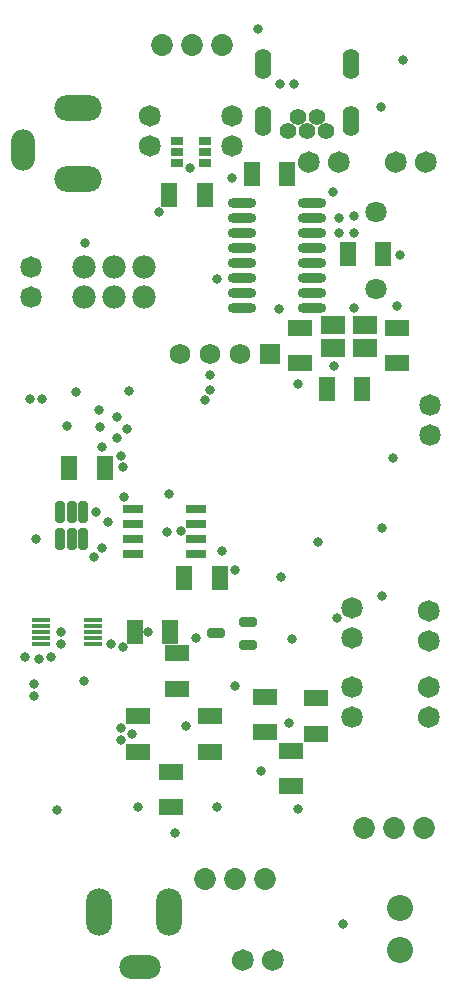
<source format=gbs>
G04*
G04 #@! TF.GenerationSoftware,Altium Limited,Altium Designer,24.3.1 (35)*
G04*
G04 Layer_Color=16711935*
%FSLAX44Y44*%
%MOMM*%
G71*
G04*
G04 #@! TF.SameCoordinates,270278F2-5DE0-4317-936F-1FC35F10D9A2*
G04*
G04*
G04 #@! TF.FilePolarity,Negative*
G04*
G01*
G75*
%ADD28C,0.0000*%
%ADD32R,1.3208X2.0066*%
%ADD34R,2.0066X1.3208*%
%ADD39C,1.8232*%
%ADD40C,1.8032*%
%ADD41O,1.4032X2.6032*%
%ADD42C,1.4032*%
%ADD43C,1.8532*%
%ADD44C,2.2032*%
%ADD45O,3.5032X2.0032*%
%ADD46O,2.2032X4.0032*%
%ADD47O,2.0032X3.5032*%
%ADD48O,4.0032X2.2032*%
%ADD49C,1.9812*%
%ADD50R,1.7272X1.7272*%
%ADD51C,1.7272*%
%ADD52C,0.8382*%
%ADD76R,1.7532X0.8032*%
G04:AMPARAMS|DCode=77|XSize=1.5532mm|YSize=0.7932mm|CornerRadius=0.2491mm|HoleSize=0mm|Usage=FLASHONLY|Rotation=180.000|XOffset=0mm|YOffset=0mm|HoleType=Round|Shape=RoundedRectangle|*
%AMROUNDEDRECTD77*
21,1,1.5532,0.2950,0,0,180.0*
21,1,1.0550,0.7932,0,0,180.0*
1,1,0.4982,-0.5275,0.1475*
1,1,0.4982,0.5275,0.1475*
1,1,0.4982,0.5275,-0.1475*
1,1,0.4982,-0.5275,-0.1475*
%
%ADD77ROUNDEDRECTD77*%
%ADD78O,2.4032X0.8128*%
G04:AMPARAMS|DCode=79|XSize=1.8132mm|YSize=0.7932mm|CornerRadius=0.1754mm|HoleSize=0mm|Usage=FLASHONLY|Rotation=90.000|XOffset=0mm|YOffset=0mm|HoleType=Round|Shape=RoundedRectangle|*
%AMROUNDEDRECTD79*
21,1,1.8132,0.4425,0,0,90.0*
21,1,1.4625,0.7932,0,0,90.0*
1,1,0.3507,0.2213,0.7313*
1,1,0.3507,0.2213,-0.7313*
1,1,0.3507,-0.2213,-0.7313*
1,1,0.3507,-0.2213,0.7313*
%
%ADD79ROUNDEDRECTD79*%
%ADD80R,1.5008X0.3508*%
%ADD81R,1.5208X0.3508*%
%ADD82R,1.0508X0.7508*%
%ADD83R,2.0032X1.6032*%
D28*
X369291Y488950D02*
G03*
X369291Y488950I-8611J0D01*
G01*
Y463550D02*
G03*
X369291Y463550I-8611J0D01*
G01*
X303251Y317500D02*
G03*
X303251Y317500I-8611J0D01*
G01*
Y292100D02*
G03*
X303251Y292100I-8611J0D01*
G01*
X368021Y314960D02*
G03*
X368021Y314960I-8611J0D01*
G01*
Y289560D02*
G03*
X368021Y289560I-8611J0D01*
G01*
X303251Y250190D02*
G03*
X303251Y250190I-8611J0D01*
G01*
Y224790D02*
G03*
X303251Y224790I-8611J0D01*
G01*
X368021Y250190D02*
G03*
X368021Y250190I-8611J0D01*
G01*
Y224790D02*
G03*
X368021Y224790I-8611J0D01*
G01*
X201651Y734060D02*
G03*
X201651Y734060I-8611J0D01*
G01*
Y708660D02*
G03*
X201651Y708660I-8611J0D01*
G01*
X131801Y734060D02*
G03*
X131801Y734060I-8611J0D01*
G01*
Y708660D02*
G03*
X131801Y708660I-8611J0D01*
G01*
X365481Y694690D02*
G03*
X365481Y694690I-8611J0D01*
G01*
X340081D02*
G03*
X340081Y694690I-8611J0D01*
G01*
X266421D02*
G03*
X266421Y694690I-8611J0D01*
G01*
X291821D02*
G03*
X291821Y694690I-8611J0D01*
G01*
X235941Y19050D02*
G03*
X235941Y19050I-8611J0D01*
G01*
X210541D02*
G03*
X210541Y19050I-8611J0D01*
G01*
X31471Y605790D02*
G03*
X31471Y605790I-8611J0D01*
G01*
Y580390D02*
G03*
X31471Y580390I-8611J0D01*
G01*
D32*
X152654Y342900D02*
D03*
X182626D02*
D03*
X139954Y666750D02*
D03*
X169926D02*
D03*
X85090Y435610D02*
D03*
X55118D02*
D03*
X140716Y297180D02*
D03*
X110744D02*
D03*
X273304Y502920D02*
D03*
X303276D02*
D03*
X291084Y617220D02*
D03*
X321056D02*
D03*
X209804Y684530D02*
D03*
X239776D02*
D03*
D34*
X250190Y554736D02*
D03*
Y524764D02*
D03*
X140970Y178816D02*
D03*
Y148844D02*
D03*
X113030Y195834D02*
D03*
Y225806D02*
D03*
X173990Y195834D02*
D03*
Y225806D02*
D03*
X146050Y249174D02*
D03*
Y279146D02*
D03*
X242570Y166624D02*
D03*
Y196596D02*
D03*
X220980Y212344D02*
D03*
Y242316D02*
D03*
X264160Y241046D02*
D03*
Y211074D02*
D03*
X332740Y554736D02*
D03*
Y524764D02*
D03*
D39*
X360680Y488950D02*
D03*
Y463550D02*
D03*
X294640Y317500D02*
D03*
Y292100D02*
D03*
X359410Y314960D02*
D03*
Y289560D02*
D03*
X294640Y250190D02*
D03*
Y224790D02*
D03*
X359410Y250190D02*
D03*
Y224790D02*
D03*
X193040Y734060D02*
D03*
Y708660D02*
D03*
X123190Y734060D02*
D03*
Y708660D02*
D03*
X356870Y694690D02*
D03*
X331470D02*
D03*
X257810D02*
D03*
X283210D02*
D03*
X227330Y19050D02*
D03*
X201930D02*
D03*
X22860Y605790D02*
D03*
Y580390D02*
D03*
D40*
X314960Y652260D02*
D03*
Y587260D02*
D03*
D41*
X219340Y777559D02*
D03*
Y730059D02*
D03*
X293740D02*
D03*
Y777559D02*
D03*
D42*
X272739Y721041D02*
D03*
X256739D02*
D03*
X264738Y733079D02*
D03*
X248738D02*
D03*
X240740Y721041D02*
D03*
D43*
X304800Y130810D02*
D03*
X330200D02*
D03*
X355600D02*
D03*
X220980Y87630D02*
D03*
X195580D02*
D03*
X170180D02*
D03*
X133350Y793750D02*
D03*
X158750D02*
D03*
X184150D02*
D03*
D44*
X335280Y28220D02*
D03*
Y63220D02*
D03*
D45*
X115010Y13190D02*
D03*
D46*
X80010Y59690D02*
D03*
X140010D02*
D03*
D47*
X15730Y705410D02*
D03*
D48*
X62230Y740410D02*
D03*
Y680410D02*
D03*
D49*
X118110Y605790D02*
D03*
Y580390D02*
D03*
X92710Y605790D02*
D03*
Y580390D02*
D03*
X67310Y605790D02*
D03*
Y580390D02*
D03*
D50*
X224790Y532130D02*
D03*
D51*
X199390D02*
D03*
X173990D02*
D03*
X148590D02*
D03*
D52*
X296164Y571500D02*
D03*
X105608Y501452D02*
D03*
X173990Y514350D02*
D03*
X180340Y595630D02*
D03*
X170014Y493699D02*
D03*
X173990Y501650D02*
D03*
X121920Y297180D02*
D03*
X184150Y365760D02*
D03*
X234104Y343324D02*
D03*
X281940Y308610D02*
D03*
X287020Y49530D02*
D03*
X328930Y444500D02*
D03*
X101600Y411480D02*
D03*
X248920Y506730D02*
D03*
X100330Y284480D02*
D03*
X90170Y287020D02*
D03*
X245110Y760730D02*
D03*
X53340Y471170D02*
D03*
X60960Y500380D02*
D03*
X104140Y468630D02*
D03*
X162560Y292100D02*
D03*
X82550Y453390D02*
D03*
X95250Y461010D02*
D03*
X95377Y478790D02*
D03*
X80010Y485013D02*
D03*
X80899Y470789D02*
D03*
X82550Y368300D02*
D03*
X77470Y398780D02*
D03*
X99060Y445770D02*
D03*
X265961Y372880D02*
D03*
X296164Y635000D02*
D03*
X283210D02*
D03*
X130810Y652780D02*
D03*
X139700Y414020D02*
D03*
X138389Y381923D02*
D03*
X76200Y360680D02*
D03*
X195580Y349250D02*
D03*
X149860Y382270D02*
D03*
X243840Y290830D02*
D03*
X279400Y521970D02*
D03*
X337820Y781050D02*
D03*
X318770Y741680D02*
D03*
X214630Y807720D02*
D03*
X233680Y760730D02*
D03*
X67310Y255270D02*
D03*
X153670Y217170D02*
D03*
X241300Y219710D02*
D03*
X195580Y251460D02*
D03*
X25400Y252730D02*
D03*
X29210Y274320D02*
D03*
X39370Y275590D02*
D03*
X25400Y242570D02*
D03*
X17780Y275590D02*
D03*
X335280Y615950D02*
D03*
X332740Y572770D02*
D03*
X26670Y375920D02*
D03*
X100330Y436880D02*
D03*
X21590Y494030D02*
D03*
X31750D02*
D03*
X157480Y690058D02*
D03*
X295910Y648970D02*
D03*
X278130Y669290D02*
D03*
X283210Y647700D02*
D03*
X193040Y681347D02*
D03*
X48260Y287020D02*
D03*
Y297180D02*
D03*
X107950Y210820D02*
D03*
X99060Y205740D02*
D03*
Y215900D02*
D03*
X144780Y127000D02*
D03*
X113030Y148590D02*
D03*
X217170Y179070D02*
D03*
X180340Y148590D02*
D03*
X248920Y147320D02*
D03*
X44450Y146050D02*
D03*
X320040Y384810D02*
D03*
Y327660D02*
D03*
X87630Y389890D02*
D03*
X232410Y570230D02*
D03*
X68580Y626110D02*
D03*
D76*
X108890Y363220D02*
D03*
Y375920D02*
D03*
Y388620D02*
D03*
Y401320D02*
D03*
X162890Y363220D02*
D03*
Y375920D02*
D03*
Y388620D02*
D03*
Y401320D02*
D03*
D77*
X206340Y286410D02*
D03*
X179740Y295910D02*
D03*
X206340Y305410D02*
D03*
D78*
X201422Y660400D02*
D03*
Y647700D02*
D03*
Y635000D02*
D03*
Y622300D02*
D03*
Y609600D02*
D03*
Y596900D02*
D03*
Y584200D02*
D03*
Y571500D02*
D03*
X260858D02*
D03*
Y584200D02*
D03*
Y596900D02*
D03*
Y609600D02*
D03*
Y622300D02*
D03*
Y635000D02*
D03*
Y647700D02*
D03*
Y660400D02*
D03*
D79*
X47650Y375900D02*
D03*
X57150D02*
D03*
X66650D02*
D03*
Y398800D02*
D03*
X57150D02*
D03*
X47650D02*
D03*
D80*
X31340Y287180D02*
D03*
D81*
Y292180D02*
D03*
Y297180D02*
D03*
Y302180D02*
D03*
Y307180D02*
D03*
X75340D02*
D03*
Y302180D02*
D03*
Y297180D02*
D03*
Y292180D02*
D03*
Y287180D02*
D03*
D82*
X146750Y713080D02*
D03*
Y703580D02*
D03*
Y694080D02*
D03*
X170375D02*
D03*
Y703580D02*
D03*
Y713080D02*
D03*
D83*
X278900Y537170D02*
D03*
X305300Y556570D02*
D03*
X278900D02*
D03*
X305300Y537170D02*
D03*
M02*

</source>
